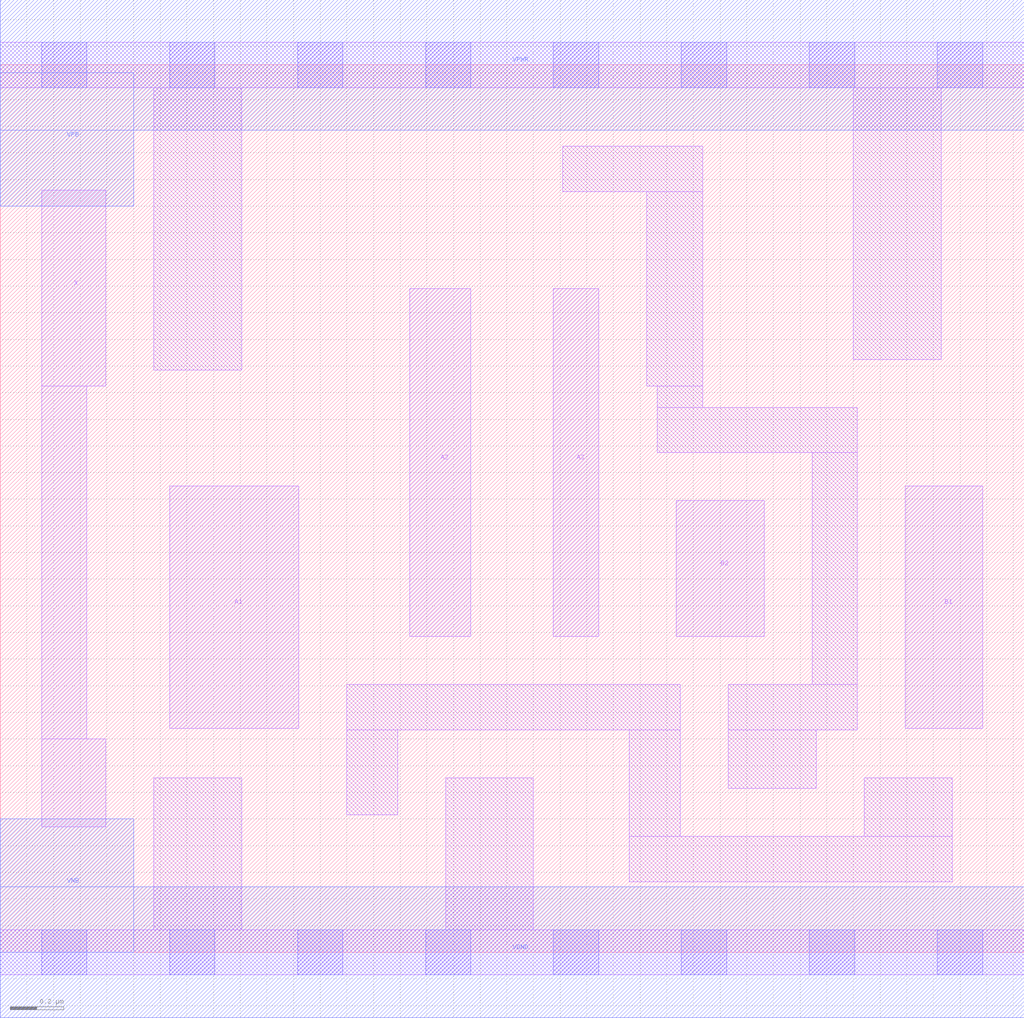
<source format=lef>
# Copyright 2020 The SkyWater PDK Authors
#
# Licensed under the Apache License, Version 2.0 (the "License");
# you may not use this file except in compliance with the License.
# You may obtain a copy of the License at
#
#     https://www.apache.org/licenses/LICENSE-2.0
#
# Unless required by applicable law or agreed to in writing, software
# distributed under the License is distributed on an "AS IS" BASIS,
# WITHOUT WARRANTIES OR CONDITIONS OF ANY KIND, either express or implied.
# See the License for the specific language governing permissions and
# limitations under the License.
#
# SPDX-License-Identifier: Apache-2.0

VERSION 5.5 ;
NAMESCASESENSITIVE ON ;
BUSBITCHARS "[]" ;
DIVIDERCHAR "/" ;
MACRO sky130_fd_sc_lp__o32a_m
  CLASS CORE ;
  SOURCE USER ;
  ORIGIN  0.000000  0.000000 ;
  SIZE  3.840000 BY  3.330000 ;
  SYMMETRY X Y R90 ;
  SITE unit ;
  PIN A1
    ANTENNAGATEAREA  0.126000 ;
    DIRECTION INPUT ;
    USE SIGNAL ;
    PORT
      LAYER li1 ;
        RECT 0.635000 0.840000 1.120000 1.750000 ;
    END
  END A1
  PIN A2
    ANTENNAGATEAREA  0.126000 ;
    DIRECTION INPUT ;
    USE SIGNAL ;
    PORT
      LAYER li1 ;
        RECT 1.535000 1.185000 1.765000 2.490000 ;
    END
  END A2
  PIN A3
    ANTENNAGATEAREA  0.126000 ;
    DIRECTION INPUT ;
    USE SIGNAL ;
    PORT
      LAYER li1 ;
        RECT 2.075000 1.185000 2.245000 2.490000 ;
    END
  END A3
  PIN B1
    ANTENNAGATEAREA  0.126000 ;
    DIRECTION INPUT ;
    USE SIGNAL ;
    PORT
      LAYER li1 ;
        RECT 3.395000 0.840000 3.685000 1.750000 ;
    END
  END B1
  PIN B2
    ANTENNAGATEAREA  0.126000 ;
    DIRECTION INPUT ;
    USE SIGNAL ;
    PORT
      LAYER li1 ;
        RECT 2.535000 1.185000 2.865000 1.695000 ;
    END
  END B2
  PIN X
    ANTENNADIFFAREA  0.222600 ;
    DIRECTION OUTPUT ;
    USE SIGNAL ;
    PORT
      LAYER li1 ;
        RECT 0.155000 0.470000 0.395000 0.800000 ;
        RECT 0.155000 0.800000 0.325000 2.125000 ;
        RECT 0.155000 2.125000 0.395000 2.860000 ;
    END
  END X
  PIN VGND
    DIRECTION INOUT ;
    USE GROUND ;
    PORT
      LAYER met1 ;
        RECT 0.000000 -0.245000 3.840000 0.245000 ;
    END
  END VGND
  PIN VNB
    DIRECTION INOUT ;
    USE GROUND ;
    PORT
      LAYER met1 ;
        RECT 0.000000 0.000000 0.500000 0.500000 ;
    END
  END VNB
  PIN VPB
    DIRECTION INOUT ;
    USE POWER ;
    PORT
      LAYER met1 ;
        RECT 0.000000 2.800000 0.500000 3.300000 ;
    END
  END VPB
  PIN VPWR
    DIRECTION INOUT ;
    USE POWER ;
    PORT
      LAYER met1 ;
        RECT 0.000000 3.085000 3.840000 3.575000 ;
    END
  END VPWR
  OBS
    LAYER li1 ;
      RECT 0.000000 -0.085000 3.840000 0.085000 ;
      RECT 0.000000  3.245000 3.840000 3.415000 ;
      RECT 0.575000  0.085000 0.905000 0.655000 ;
      RECT 0.575000  2.185000 0.905000 3.245000 ;
      RECT 1.300000  0.515000 1.490000 0.835000 ;
      RECT 1.300000  0.835000 2.550000 1.005000 ;
      RECT 1.670000  0.085000 2.000000 0.655000 ;
      RECT 2.110000  2.855000 2.635000 3.025000 ;
      RECT 2.360000  0.265000 3.570000 0.435000 ;
      RECT 2.360000  0.435000 2.550000 0.835000 ;
      RECT 2.425000  2.125000 2.635000 2.855000 ;
      RECT 2.465000  1.875000 3.215000 2.045000 ;
      RECT 2.465000  2.045000 2.635000 2.125000 ;
      RECT 2.730000  0.615000 3.060000 0.835000 ;
      RECT 2.730000  0.835000 3.215000 1.005000 ;
      RECT 3.045000  1.005000 3.215000 1.875000 ;
      RECT 3.200000  2.225000 3.530000 3.245000 ;
      RECT 3.240000  0.435000 3.570000 0.655000 ;
    LAYER mcon ;
      RECT 0.155000 -0.085000 0.325000 0.085000 ;
      RECT 0.155000  3.245000 0.325000 3.415000 ;
      RECT 0.635000 -0.085000 0.805000 0.085000 ;
      RECT 0.635000  3.245000 0.805000 3.415000 ;
      RECT 1.115000 -0.085000 1.285000 0.085000 ;
      RECT 1.115000  3.245000 1.285000 3.415000 ;
      RECT 1.595000 -0.085000 1.765000 0.085000 ;
      RECT 1.595000  3.245000 1.765000 3.415000 ;
      RECT 2.075000 -0.085000 2.245000 0.085000 ;
      RECT 2.075000  3.245000 2.245000 3.415000 ;
      RECT 2.555000 -0.085000 2.725000 0.085000 ;
      RECT 2.555000  3.245000 2.725000 3.415000 ;
      RECT 3.035000 -0.085000 3.205000 0.085000 ;
      RECT 3.035000  3.245000 3.205000 3.415000 ;
      RECT 3.515000 -0.085000 3.685000 0.085000 ;
      RECT 3.515000  3.245000 3.685000 3.415000 ;
  END
END sky130_fd_sc_lp__o32a_m
END LIBRARY

</source>
